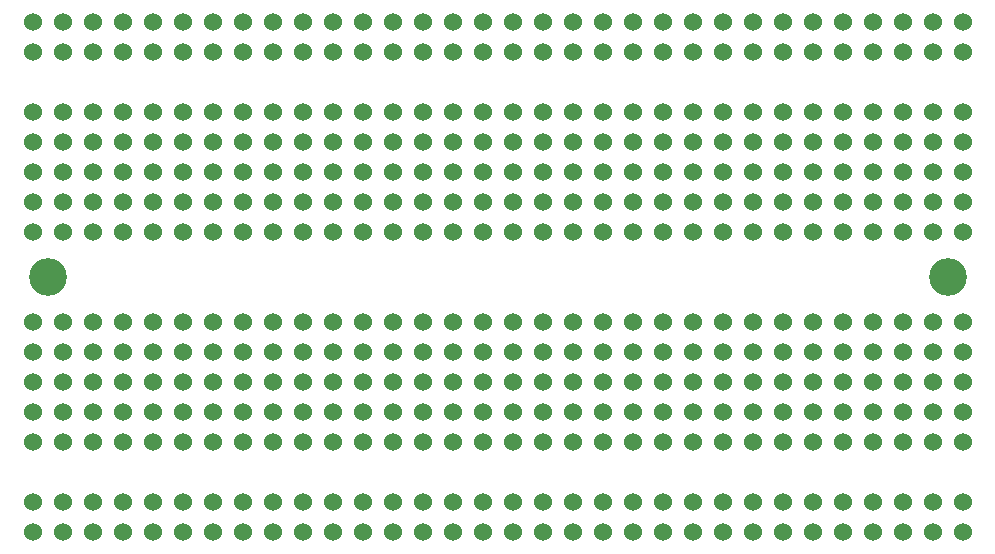
<source format=gbr>
%TF.GenerationSoftware,KiCad,Pcbnew,5.1.9-73d0e3b20d~88~ubuntu20.04.1*%
%TF.CreationDate,2021-01-27T17:21:27-06:00*%
%TF.ProjectId,ProtoPCBs,50726f74-6f50-4434-9273-2e6b69636164,rev?*%
%TF.SameCoordinates,Original*%
%TF.FileFunction,Soldermask,Top*%
%TF.FilePolarity,Negative*%
%FSLAX46Y46*%
G04 Gerber Fmt 4.6, Leading zero omitted, Abs format (unit mm)*
G04 Created by KiCad (PCBNEW 5.1.9-73d0e3b20d~88~ubuntu20.04.1) date 2021-01-27 17:21:27*
%MOMM*%
%LPD*%
G01*
G04 APERTURE LIST*
%ADD10C,1.524000*%
%ADD11C,3.200000*%
G04 APERTURE END LIST*
D10*
%TO.C,REF\u002A\u002A*%
X152400000Y-58420000D03*
X162560000Y-60960000D03*
X215900000Y-58420000D03*
X185420000Y-58420000D03*
X165100000Y-60960000D03*
X182880000Y-58420000D03*
X152400000Y-60960000D03*
X172720000Y-60960000D03*
X193040000Y-60960000D03*
X165100000Y-58420000D03*
X180340000Y-60960000D03*
X218440000Y-60960000D03*
X220980000Y-60960000D03*
X190500000Y-60960000D03*
X223520000Y-60960000D03*
X231140000Y-60960000D03*
X177800000Y-60960000D03*
X228600000Y-60960000D03*
X226060000Y-60960000D03*
X223520000Y-58420000D03*
X208280000Y-58420000D03*
X167640000Y-58420000D03*
X175260000Y-58420000D03*
X180340000Y-58420000D03*
X187960000Y-58420000D03*
X203200000Y-60960000D03*
X210820000Y-60960000D03*
X190500000Y-58420000D03*
X213360000Y-60960000D03*
X228600000Y-58420000D03*
X162560000Y-58420000D03*
X195580000Y-58420000D03*
X231140000Y-58420000D03*
X215900000Y-60960000D03*
X220980000Y-58420000D03*
X218440000Y-58420000D03*
X160020000Y-58420000D03*
X175260000Y-60960000D03*
X208280000Y-60960000D03*
X226060000Y-58420000D03*
X182880000Y-60960000D03*
X185420000Y-60960000D03*
X205740000Y-60960000D03*
X203200000Y-58420000D03*
X172720000Y-58420000D03*
X187960000Y-60960000D03*
X157480000Y-58420000D03*
X198120000Y-60960000D03*
X170180000Y-58420000D03*
X170180000Y-60960000D03*
X200660000Y-60960000D03*
X167640000Y-60960000D03*
X213360000Y-58420000D03*
X210820000Y-58420000D03*
X195580000Y-60960000D03*
X200660000Y-58420000D03*
X154940000Y-60960000D03*
X198120000Y-58420000D03*
X193040000Y-58420000D03*
X205740000Y-58420000D03*
X177800000Y-58420000D03*
X157480000Y-60960000D03*
X160020000Y-60960000D03*
X154940000Y-58420000D03*
X152400000Y-101600000D03*
X223520000Y-99060000D03*
X223520000Y-101600000D03*
X220980000Y-99060000D03*
X220980000Y-101600000D03*
X187960000Y-101600000D03*
X175260000Y-101600000D03*
X195580000Y-99060000D03*
X215900000Y-99060000D03*
X190500000Y-99060000D03*
X172720000Y-101600000D03*
X193040000Y-101600000D03*
X180340000Y-99060000D03*
X180340000Y-101600000D03*
X154940000Y-101600000D03*
X162560000Y-99060000D03*
X157480000Y-99060000D03*
X170180000Y-101600000D03*
X185420000Y-99060000D03*
X162560000Y-101600000D03*
X218440000Y-99060000D03*
X231140000Y-101600000D03*
X172720000Y-99060000D03*
X215900000Y-101600000D03*
X213360000Y-99060000D03*
X218440000Y-101600000D03*
X208280000Y-101600000D03*
X167640000Y-99060000D03*
X190500000Y-101600000D03*
X182880000Y-99060000D03*
X182880000Y-101600000D03*
X177800000Y-101600000D03*
X231140000Y-99060000D03*
X226060000Y-101600000D03*
X226060000Y-99060000D03*
X177800000Y-99060000D03*
X187960000Y-99060000D03*
X175260000Y-99060000D03*
X160020000Y-99060000D03*
X195580000Y-101600000D03*
X160020000Y-101600000D03*
X193040000Y-99060000D03*
X167640000Y-101600000D03*
X213360000Y-101600000D03*
X228600000Y-101600000D03*
X198120000Y-101600000D03*
X170180000Y-99060000D03*
X228600000Y-99060000D03*
X154940000Y-99060000D03*
X165100000Y-99060000D03*
X203200000Y-99060000D03*
X203200000Y-101600000D03*
X200660000Y-99060000D03*
X200660000Y-101600000D03*
X210820000Y-99060000D03*
X205740000Y-101600000D03*
X205740000Y-99060000D03*
X185420000Y-101600000D03*
X198120000Y-99060000D03*
X210820000Y-101600000D03*
X152400000Y-99060000D03*
X208280000Y-99060000D03*
X165100000Y-101600000D03*
X157480000Y-101600000D03*
X152400000Y-83820000D03*
X152400000Y-93980000D03*
X162560000Y-86360000D03*
X215900000Y-83820000D03*
X223520000Y-91440000D03*
X223520000Y-93980000D03*
X220980000Y-91440000D03*
X220980000Y-93980000D03*
X187960000Y-93980000D03*
X187960000Y-88900000D03*
X185420000Y-83820000D03*
X175260000Y-93980000D03*
X195580000Y-91440000D03*
X200660000Y-88900000D03*
X215900000Y-91440000D03*
X220980000Y-88900000D03*
X223520000Y-88900000D03*
X203200000Y-88900000D03*
X165100000Y-86360000D03*
X172720000Y-88900000D03*
X210820000Y-88900000D03*
X182880000Y-83820000D03*
X190500000Y-91440000D03*
X152400000Y-86360000D03*
X172720000Y-86360000D03*
X172720000Y-93980000D03*
X193040000Y-86360000D03*
X193040000Y-93980000D03*
X180340000Y-91440000D03*
X180340000Y-93980000D03*
X165100000Y-83820000D03*
X180340000Y-86360000D03*
X154940000Y-93980000D03*
X157480000Y-88900000D03*
X218440000Y-91440000D03*
X218440000Y-88900000D03*
X218440000Y-86360000D03*
X231140000Y-93980000D03*
X220980000Y-86360000D03*
X226060000Y-88900000D03*
X185420000Y-88900000D03*
X172720000Y-91440000D03*
X190500000Y-86360000D03*
X215900000Y-93980000D03*
X213360000Y-88900000D03*
X223520000Y-86360000D03*
X213360000Y-91440000D03*
X231140000Y-86360000D03*
X218440000Y-93980000D03*
X208280000Y-93980000D03*
X177800000Y-86360000D03*
X167640000Y-91440000D03*
X190500000Y-93980000D03*
X182880000Y-91440000D03*
X182880000Y-93980000D03*
X177800000Y-93980000D03*
X162560000Y-88900000D03*
X228600000Y-86360000D03*
X226060000Y-86360000D03*
X223520000Y-83820000D03*
X231140000Y-91440000D03*
X226060000Y-93980000D03*
X226060000Y-91440000D03*
X208280000Y-83820000D03*
X195580000Y-88900000D03*
X160020000Y-88900000D03*
X167640000Y-83820000D03*
X175260000Y-83820000D03*
X177800000Y-91440000D03*
X177800000Y-88900000D03*
X187960000Y-91440000D03*
X180340000Y-83820000D03*
X175260000Y-91440000D03*
X160020000Y-91440000D03*
X180340000Y-88900000D03*
X187960000Y-83820000D03*
X195580000Y-93980000D03*
X193040000Y-88900000D03*
X160020000Y-93980000D03*
X203200000Y-86360000D03*
X193040000Y-91440000D03*
X210820000Y-86360000D03*
X175260000Y-88900000D03*
X190500000Y-83820000D03*
X167640000Y-93980000D03*
X167640000Y-88900000D03*
X231140000Y-88900000D03*
X213360000Y-86360000D03*
X213360000Y-93980000D03*
X228600000Y-93980000D03*
X228600000Y-83820000D03*
X215900000Y-88900000D03*
X162560000Y-83820000D03*
X198120000Y-93980000D03*
X195580000Y-83820000D03*
X170180000Y-91440000D03*
X231140000Y-83820000D03*
X215900000Y-86360000D03*
X228600000Y-91440000D03*
X220980000Y-83820000D03*
X218440000Y-83820000D03*
X160020000Y-83820000D03*
X175260000Y-86360000D03*
X154940000Y-91440000D03*
X165100000Y-91440000D03*
X203200000Y-91440000D03*
X203200000Y-93980000D03*
X200660000Y-91440000D03*
X200660000Y-93980000D03*
X208280000Y-86360000D03*
X226060000Y-83820000D03*
X182880000Y-86360000D03*
X185420000Y-86360000D03*
X205740000Y-86360000D03*
X203200000Y-83820000D03*
X210820000Y-91440000D03*
X205740000Y-93980000D03*
X205740000Y-91440000D03*
X172720000Y-83820000D03*
X187960000Y-86360000D03*
X185420000Y-93980000D03*
X157480000Y-83820000D03*
X198120000Y-91440000D03*
X198120000Y-88900000D03*
X198120000Y-86360000D03*
X210820000Y-93980000D03*
X154940000Y-88900000D03*
X170180000Y-83820000D03*
X152400000Y-91440000D03*
X170180000Y-86360000D03*
X200660000Y-86360000D03*
X205740000Y-88900000D03*
X190500000Y-88900000D03*
X167640000Y-86360000D03*
X213360000Y-83820000D03*
X228600000Y-88900000D03*
X210820000Y-83820000D03*
X195580000Y-86360000D03*
X208280000Y-91440000D03*
X200660000Y-83820000D03*
X182880000Y-88900000D03*
X165100000Y-93980000D03*
X165100000Y-88900000D03*
X154940000Y-86360000D03*
X157480000Y-93980000D03*
X170180000Y-93980000D03*
X198120000Y-83820000D03*
X193040000Y-83820000D03*
X208280000Y-88900000D03*
X205740000Y-83820000D03*
X170180000Y-88900000D03*
X185420000Y-91440000D03*
X177800000Y-83820000D03*
X162560000Y-93980000D03*
X152400000Y-88900000D03*
X157480000Y-86360000D03*
X160020000Y-86360000D03*
X154940000Y-83820000D03*
X157480000Y-91440000D03*
X162560000Y-91440000D03*
X215900000Y-73660000D03*
X220980000Y-71120000D03*
X223520000Y-71120000D03*
X231140000Y-71120000D03*
X213360000Y-68580000D03*
X213360000Y-76200000D03*
X228600000Y-76200000D03*
X228600000Y-66040000D03*
X215900000Y-71120000D03*
X215900000Y-76200000D03*
X213360000Y-71120000D03*
X223520000Y-68580000D03*
X213360000Y-73660000D03*
X231140000Y-68580000D03*
X218440000Y-76200000D03*
X215900000Y-66040000D03*
X223520000Y-73660000D03*
X223520000Y-76200000D03*
X220980000Y-73660000D03*
X220980000Y-76200000D03*
X228600000Y-68580000D03*
X226060000Y-68580000D03*
X223520000Y-66040000D03*
X231140000Y-73660000D03*
X226060000Y-76200000D03*
X226060000Y-73660000D03*
X218440000Y-73660000D03*
X218440000Y-71120000D03*
X218440000Y-68580000D03*
X231140000Y-76200000D03*
X220980000Y-68580000D03*
X226060000Y-71120000D03*
X231140000Y-66040000D03*
X215900000Y-68580000D03*
X228600000Y-73660000D03*
X220980000Y-66040000D03*
X218440000Y-66040000D03*
X213360000Y-66040000D03*
X228600000Y-71120000D03*
X226060000Y-66040000D03*
X208280000Y-76200000D03*
X208280000Y-71120000D03*
X205740000Y-66040000D03*
X195580000Y-76200000D03*
X193040000Y-71120000D03*
X203200000Y-66040000D03*
X210820000Y-73660000D03*
X193040000Y-68580000D03*
X193040000Y-76200000D03*
X200660000Y-73660000D03*
X200660000Y-76200000D03*
X200660000Y-68580000D03*
X205740000Y-71120000D03*
X193040000Y-73660000D03*
X210820000Y-68580000D03*
X198120000Y-68580000D03*
X210820000Y-76200000D03*
X203200000Y-73660000D03*
X203200000Y-76200000D03*
X198120000Y-76200000D03*
X195580000Y-66040000D03*
X198120000Y-73660000D03*
X198120000Y-71120000D03*
X208280000Y-73660000D03*
X200660000Y-66040000D03*
X195580000Y-73660000D03*
X200660000Y-71120000D03*
X208280000Y-66040000D03*
X195580000Y-71120000D03*
X210820000Y-66040000D03*
X195580000Y-68580000D03*
X203200000Y-68580000D03*
X205740000Y-68580000D03*
X193040000Y-66040000D03*
X208280000Y-68580000D03*
X205740000Y-76200000D03*
X210820000Y-71120000D03*
X203200000Y-71120000D03*
X205740000Y-73660000D03*
X198120000Y-66040000D03*
X172720000Y-66040000D03*
X172720000Y-76200000D03*
X182880000Y-68580000D03*
X185420000Y-68580000D03*
X172720000Y-68580000D03*
X185420000Y-66040000D03*
X175260000Y-76200000D03*
X177800000Y-71120000D03*
X187960000Y-73660000D03*
X182880000Y-71120000D03*
X180340000Y-71120000D03*
X187960000Y-66040000D03*
X180340000Y-73660000D03*
X180340000Y-76200000D03*
X187960000Y-76200000D03*
X187960000Y-71120000D03*
X182880000Y-66040000D03*
X190500000Y-73660000D03*
X180340000Y-66040000D03*
X175260000Y-73660000D03*
X185420000Y-73660000D03*
X177800000Y-66040000D03*
X175260000Y-71120000D03*
X190500000Y-66040000D03*
X172720000Y-73660000D03*
X190500000Y-68580000D03*
X187960000Y-68580000D03*
X185420000Y-76200000D03*
X185420000Y-71120000D03*
X175260000Y-68580000D03*
X177800000Y-76200000D03*
X190500000Y-76200000D03*
X190500000Y-71120000D03*
X182880000Y-76200000D03*
X172720000Y-71120000D03*
X177800000Y-68580000D03*
X180340000Y-68580000D03*
X175260000Y-66040000D03*
X177800000Y-73660000D03*
X182880000Y-73660000D03*
X170180000Y-73660000D03*
X170180000Y-66040000D03*
X170180000Y-76200000D03*
X170180000Y-71120000D03*
X170180000Y-68580000D03*
X167640000Y-68580000D03*
X167640000Y-66040000D03*
X167640000Y-73660000D03*
X167640000Y-76200000D03*
X167640000Y-71120000D03*
X165100000Y-68580000D03*
X165100000Y-71120000D03*
X165100000Y-66040000D03*
X165100000Y-76200000D03*
X165100000Y-73660000D03*
X162560000Y-71120000D03*
X162560000Y-73660000D03*
X162560000Y-76200000D03*
X162560000Y-66040000D03*
X162560000Y-68580000D03*
X160020000Y-71120000D03*
X160020000Y-66040000D03*
X160020000Y-76200000D03*
X160020000Y-68580000D03*
X160020000Y-73660000D03*
X157480000Y-76200000D03*
X157480000Y-73660000D03*
X157480000Y-71120000D03*
X157480000Y-68580000D03*
X157480000Y-66040000D03*
X154940000Y-66040000D03*
X154940000Y-76200000D03*
X154940000Y-68580000D03*
X154940000Y-73660000D03*
X154940000Y-71120000D03*
X152400000Y-76200000D03*
X152400000Y-73660000D03*
X152400000Y-71120000D03*
X152400000Y-68580000D03*
X152400000Y-66040000D03*
%TD*%
D11*
%TO.C,REF\u002A\u002A*%
X153670000Y-80010000D03*
%TD*%
%TO.C,REF\u002A\u002A*%
X229870000Y-80010000D03*
%TD*%
M02*

</source>
